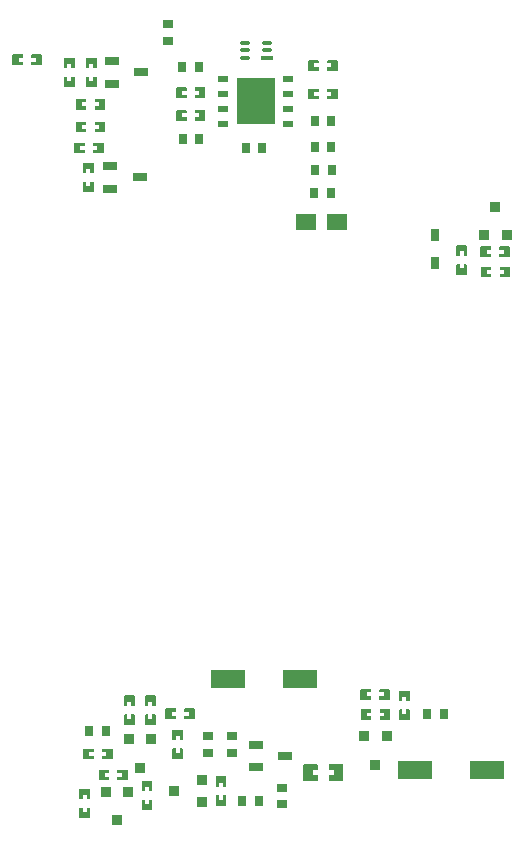
<source format=gtp>
G04*
G04 #@! TF.GenerationSoftware,Altium Limited,Altium Designer,22.0.2 (36)*
G04*
G04 Layer_Color=8421504*
%FSTAX25Y25*%
%MOIN*%
G70*
G04*
G04 #@! TF.SameCoordinates,0D831988-8BE3-4B2D-80CC-02C8544F8A67*
G04*
G04*
G04 #@! TF.FilePolarity,Positive*
G04*
G01*
G75*
%ADD19R,0.03200X0.03200*%
%ADD20R,0.12992X0.15354*%
%ADD21R,0.03543X0.02362*%
%ADD22R,0.04921X0.02756*%
%ADD23R,0.03543X0.03150*%
%ADD24O,0.03937X0.01378*%
%ADD25R,0.03937X0.01378*%
%ADD26R,0.03150X0.03543*%
%ADD27R,0.07087X0.05315*%
%ADD28R,0.02953X0.03937*%
%ADD29R,0.03200X0.03200*%
%ADD30R,0.04920X0.02760*%
%ADD31R,0.11811X0.05906*%
G36*
X0078348Y0185774D02*
Y0182624D01*
X0078152Y0182428D01*
X0075041D01*
X0074844Y0182624D01*
Y0183522D01*
X0076341D01*
Y0184821D01*
X0074844D01*
Y0185774D01*
X0075041Y0185971D01*
X0078152D01*
X0078348Y0185774D01*
D02*
G37*
G36*
X0072089D02*
Y0184821D01*
X0070632D01*
Y0183522D01*
X0072089D01*
Y0182624D01*
X0071892Y0182428D01*
X0068742D01*
X0068545Y0182624D01*
Y0185774D01*
X0068742Y0185971D01*
X0071892D01*
X0072089Y0185774D01*
D02*
G37*
G36*
X0096572Y0184652D02*
Y0181541D01*
X0096376Y0181344D01*
X0095478D01*
Y0182841D01*
X0094179D01*
Y0181344D01*
X0093226D01*
X0093029Y0181541D01*
Y0184652D01*
X0093226Y0184848D01*
X0096376D01*
X0096572Y0184652D01*
D02*
G37*
G36*
X0089272Y0184671D02*
Y0181521D01*
X0089075Y0181324D01*
X0088122D01*
Y0182781D01*
X0086823D01*
Y0181324D01*
X0085925D01*
X0085728Y0181521D01*
Y0184671D01*
X0085925Y0184868D01*
X0089075D01*
X0089272Y0184671D01*
D02*
G37*
G36*
X0176955Y0183876D02*
Y0180726D01*
X0176758Y0180529D01*
X0173608D01*
X0173411Y0180726D01*
Y0181679D01*
X0174868D01*
Y0182978D01*
X0173411D01*
Y0183876D01*
X0173608Y0184072D01*
X0176758D01*
X0176955Y0183876D01*
D02*
G37*
G36*
X0170656D02*
Y0182978D01*
X0169159D01*
Y0181679D01*
X0170656D01*
Y0180726D01*
X0170459Y0180529D01*
X0167349D01*
X0167152Y0180726D01*
Y0183876D01*
X0167349Y0184072D01*
X0170459D01*
X0170656Y0183876D01*
D02*
G37*
G36*
X0096572Y0178392D02*
Y0175242D01*
X0096376Y0175045D01*
X0093226D01*
X0093029Y0175242D01*
Y0178392D01*
X0093226Y0178589D01*
X0094179D01*
Y0177132D01*
X0095478D01*
Y0178589D01*
X0096376D01*
X0096572Y0178392D01*
D02*
G37*
G36*
X0089272Y0178372D02*
Y0175261D01*
X0089075Y0175065D01*
X0085925D01*
X0085728Y0175261D01*
Y0178372D01*
X0085925Y0178568D01*
X0086823D01*
Y0177072D01*
X0088122D01*
Y0178568D01*
X0089075D01*
X0089272Y0178372D01*
D02*
G37*
G36*
X0132848Y0174774D02*
Y0171625D01*
X0132651Y0171428D01*
X0129541D01*
X0129344Y0171625D01*
Y0172522D01*
X0130841D01*
Y0173821D01*
X0129344D01*
Y0174774D01*
X0129541Y0174971D01*
X0132651D01*
X0132848Y0174774D01*
D02*
G37*
G36*
X0126589D02*
Y0173821D01*
X0125132D01*
Y0172522D01*
X0126589D01*
Y0171625D01*
X0126392Y0171428D01*
X0123242D01*
X0123045Y0171625D01*
Y0174774D01*
X0123242Y0174971D01*
X0126392D01*
X0126589Y0174774D01*
D02*
G37*
G36*
X0176955Y0174375D02*
Y0171226D01*
X0176758Y0171029D01*
X0173608D01*
X0173411Y0171226D01*
Y0172179D01*
X0174868D01*
Y0173478D01*
X0173411D01*
Y0174375D01*
X0173608Y0174572D01*
X0176758D01*
X0176955Y0174375D01*
D02*
G37*
G36*
X0170656D02*
Y0173478D01*
X0169159D01*
Y0172179D01*
X0170656D01*
Y0171226D01*
X0170459Y0171029D01*
X0167349D01*
X0167152Y0171226D01*
Y0174375D01*
X0167349Y0174572D01*
X0170459D01*
X0170656Y0174375D01*
D02*
G37*
G36*
X0099455Y0170876D02*
Y0167726D01*
X0099258Y0167529D01*
X0096108D01*
X0095911Y0167726D01*
Y0168679D01*
X0097368D01*
Y0169978D01*
X0095911D01*
Y0170876D01*
X0096108Y0171072D01*
X0099258D01*
X0099455Y0170876D01*
D02*
G37*
G36*
X0093155D02*
Y0169978D01*
X0091659D01*
Y0168679D01*
X0093155D01*
Y0167726D01*
X0092959Y0167529D01*
X0089849D01*
X0089652Y0167726D01*
Y0170876D01*
X0089849Y0171072D01*
X0092959D01*
X0093155Y0170876D01*
D02*
G37*
G36*
X0132848Y0167274D02*
Y0164125D01*
X0132651Y0163928D01*
X0129541D01*
X0129344Y0164125D01*
Y0165022D01*
X0130841D01*
Y0166321D01*
X0129344D01*
Y0167274D01*
X0129541Y0167471D01*
X0132651D01*
X0132848Y0167274D01*
D02*
G37*
G36*
X0126589D02*
Y0166321D01*
X0125132D01*
Y0165022D01*
X0126589D01*
Y0164125D01*
X0126392Y0163928D01*
X0123242D01*
X0123045Y0164125D01*
Y0167274D01*
X0123242Y0167471D01*
X0126392D01*
X0126589Y0167274D01*
D02*
G37*
G36*
X0099455Y0163375D02*
Y0160226D01*
X0099258Y0160029D01*
X0096108D01*
X0095911Y0160226D01*
Y0161179D01*
X0097368D01*
Y0162478D01*
X0095911D01*
Y0163375D01*
X0096108Y0163572D01*
X0099258D01*
X0099455Y0163375D01*
D02*
G37*
G36*
X0093155D02*
Y0162478D01*
X0091659D01*
Y0161179D01*
X0093155D01*
Y0160226D01*
X0092959Y0160029D01*
X0089849D01*
X0089652Y0160226D01*
Y0163375D01*
X0089849Y0163572D01*
X0092959D01*
X0093155Y0163375D01*
D02*
G37*
G36*
X0098955Y0156376D02*
Y0153226D01*
X0098758Y0153029D01*
X0095608D01*
X0095411Y0153226D01*
Y0154179D01*
X0096868D01*
Y0155478D01*
X0095411D01*
Y0156376D01*
X0095608Y0156572D01*
X0098758D01*
X0098955Y0156376D01*
D02*
G37*
G36*
X0092655D02*
Y0155478D01*
X0091159D01*
Y0154179D01*
X0092655D01*
Y0153226D01*
X0092459Y0153029D01*
X0089349D01*
X0089152Y0153226D01*
Y0156376D01*
X0089349Y0156572D01*
X0092459D01*
X0092655Y0156376D01*
D02*
G37*
G36*
X0095572Y0149652D02*
Y0146541D01*
X0095376Y0146344D01*
X0094478D01*
Y014784D01*
X0093179D01*
Y0146344D01*
X0092226D01*
X0092029Y0146541D01*
Y0149652D01*
X0092226Y0149848D01*
X0095376D01*
X0095572Y0149652D01*
D02*
G37*
G36*
Y0143392D02*
Y0140242D01*
X0095376Y0140045D01*
X0092226D01*
X0092029Y0140242D01*
Y0143392D01*
X0092226Y0143589D01*
X0093179D01*
Y0142132D01*
X0094478D01*
Y0143589D01*
X0095376D01*
X0095572Y0143392D01*
D02*
G37*
G36*
X0220072Y0122152D02*
Y0119041D01*
X0219876Y0118844D01*
X0218978D01*
Y0120341D01*
X0217679D01*
Y0118844D01*
X0216726D01*
X0216529Y0119041D01*
Y0122152D01*
X0216726Y0122348D01*
X0219876D01*
X0220072Y0122152D01*
D02*
G37*
G36*
X0234348Y0121774D02*
Y0118624D01*
X0234152Y0118428D01*
X0231041D01*
X0230844Y0118624D01*
Y0119522D01*
X0232341D01*
Y0120821D01*
X0230844D01*
Y0121774D01*
X0231041Y0121971D01*
X0234152D01*
X0234348Y0121774D01*
D02*
G37*
G36*
X0228089D02*
Y0120821D01*
X0226632D01*
Y0119522D01*
X0228089D01*
Y0118624D01*
X0227892Y0118428D01*
X0224742D01*
X0224545Y0118624D01*
Y0121774D01*
X0224742Y0121971D01*
X0227892D01*
X0228089Y0121774D01*
D02*
G37*
G36*
X0220072Y0115892D02*
Y0112742D01*
X0219876Y0112545D01*
X0216726D01*
X0216529Y0112742D01*
Y0115892D01*
X0216726Y0116089D01*
X0217679D01*
Y0114632D01*
X0218978D01*
Y0116089D01*
X0219876D01*
X0220072Y0115892D01*
D02*
G37*
G36*
X0234436Y0115075D02*
Y0111925D01*
X0234239Y0111728D01*
X0231089D01*
X0230892Y0111925D01*
Y0112878D01*
X0232349D01*
Y0114177D01*
X0230892D01*
Y0115075D01*
X0231089Y0115272D01*
X0234239D01*
X0234436Y0115075D01*
D02*
G37*
G36*
X0228136D02*
Y0114177D01*
X022664D01*
Y0112878D01*
X0228136D01*
Y0111925D01*
X022794Y0111728D01*
X0224829D01*
X0224633Y0111925D01*
Y0115075D01*
X0224829Y0115272D01*
X022794D01*
X0228136Y0115075D01*
D02*
G37*
G36*
X0194348Y-0025726D02*
Y-0028875D01*
X0194151Y-0029072D01*
X0191041D01*
X0190845Y-0028875D01*
Y-0027978D01*
X0192341D01*
Y-0026679D01*
X0190845D01*
Y-0025726D01*
X0191041Y-0025529D01*
X0194151D01*
X0194348Y-0025726D01*
D02*
G37*
G36*
X0188089D02*
Y-0026679D01*
X0186632D01*
Y-0027978D01*
X0188089D01*
Y-0028875D01*
X0187892Y-0029072D01*
X0184742D01*
X0184545Y-0028875D01*
Y-0025726D01*
X0184742Y-0025529D01*
X0187892D01*
X0188089Y-0025726D01*
D02*
G37*
G36*
X0200971Y-0026242D02*
Y-0029392D01*
X0200774Y-0029589D01*
X0199821D01*
Y-0028132D01*
X0198522D01*
Y-0029589D01*
X0197625D01*
X0197428Y-0029392D01*
Y-0026242D01*
X0197625Y-0026045D01*
X0200774D01*
X0200971Y-0026242D01*
D02*
G37*
G36*
X0116272Y-0027829D02*
Y-0030979D01*
X0116075Y-0031176D01*
X0115122D01*
Y-0029719D01*
X0113823D01*
Y-0031176D01*
X0112925D01*
X0112728Y-0030979D01*
Y-0027829D01*
X0112925Y-0027632D01*
X0116075D01*
X0116272Y-0027829D01*
D02*
G37*
G36*
X0109272D02*
Y-0030979D01*
X0109075Y-0031176D01*
X0108122D01*
Y-0029719D01*
X0106823D01*
Y-0031176D01*
X0105925D01*
X0105728Y-0030979D01*
Y-0027829D01*
X0105925Y-0027632D01*
X0109075D01*
X0109272Y-0027829D01*
D02*
G37*
G36*
X0200971Y-0032541D02*
Y-0035651D01*
X0200774Y-0035848D01*
X0197625D01*
X0197428Y-0035651D01*
Y-0032541D01*
X0197625Y-0032344D01*
X0198522D01*
Y-0033841D01*
X0199821D01*
Y-0032344D01*
X0200774D01*
X0200971Y-0032541D01*
D02*
G37*
G36*
X0116272Y-0034128D02*
Y-0037239D01*
X0116075Y-0037435D01*
X0112925D01*
X0112728Y-0037239D01*
Y-0034128D01*
X0112925Y-0033932D01*
X0113823D01*
Y-0035428D01*
X0115122D01*
Y-0033932D01*
X0116075D01*
X0116272Y-0034128D01*
D02*
G37*
G36*
X0109272D02*
Y-0037239D01*
X0109075Y-0037435D01*
X0105925D01*
X0105728Y-0037239D01*
Y-0034128D01*
X0105925Y-0033932D01*
X0106823D01*
Y-0035428D01*
X0108122D01*
Y-0033932D01*
X0109075D01*
X0109272Y-0034128D01*
D02*
G37*
G36*
X0129348Y-0032226D02*
Y-0035375D01*
X0129151Y-0035572D01*
X0126041D01*
X0125845Y-0035375D01*
Y-0034478D01*
X012734D01*
Y-0033179D01*
X0125845D01*
Y-0032226D01*
X0126041Y-0032029D01*
X0129151D01*
X0129348Y-0032226D01*
D02*
G37*
G36*
X0123089D02*
Y-0033179D01*
X0121632D01*
Y-0034478D01*
X0123089D01*
Y-0035375D01*
X0122892Y-0035572D01*
X0119742D01*
X0119545Y-0035375D01*
Y-0032226D01*
X0119742Y-0032029D01*
X0122892D01*
X0123089Y-0032226D01*
D02*
G37*
G36*
X0194436Y-0032425D02*
Y-0035575D01*
X0194239Y-0035772D01*
X0191128D01*
X0190932Y-0035575D01*
Y-0034677D01*
X0192428D01*
Y-0033378D01*
X0190932D01*
Y-0032425D01*
X0191128Y-0032228D01*
X0194239D01*
X0194436Y-0032425D01*
D02*
G37*
G36*
X0188176D02*
Y-0033378D01*
X0186719D01*
Y-0034677D01*
X0188176D01*
Y-0035575D01*
X0187979Y-0035772D01*
X0184829D01*
X0184632Y-0035575D01*
Y-0032425D01*
X0184829Y-0032228D01*
X0187979D01*
X0188176Y-0032425D01*
D02*
G37*
G36*
X0125371Y-0039242D02*
Y-0042392D01*
X0125174Y-0042589D01*
X0124221D01*
Y-0041132D01*
X0122922D01*
Y-0042589D01*
X0122025D01*
X0121828Y-0042392D01*
Y-0039242D01*
X0122025Y-0039045D01*
X0125174D01*
X0125371Y-0039242D01*
D02*
G37*
G36*
Y-0045541D02*
Y-0048651D01*
X0125174Y-0048848D01*
X0122025D01*
X0121828Y-0048651D01*
Y-0045541D01*
X0122025Y-0045344D01*
X0122922D01*
Y-0046841D01*
X0124221D01*
Y-0045344D01*
X0125174D01*
X0125371Y-0045541D01*
D02*
G37*
G36*
X0101955Y-0045625D02*
Y-0048774D01*
X0101758Y-0048971D01*
X0098608D01*
X0098411Y-0048774D01*
Y-0047821D01*
X0099868D01*
Y-0046522D01*
X0098411D01*
Y-0045625D01*
X0098608Y-0045428D01*
X0101758D01*
X0101955Y-0045625D01*
D02*
G37*
G36*
X0095656D02*
Y-0046522D01*
X009416D01*
Y-0047821D01*
X0095656D01*
Y-0048774D01*
X0095459Y-0048971D01*
X0092348D01*
X0092152Y-0048774D01*
Y-0045625D01*
X0092348Y-0045428D01*
X0095459D01*
X0095656Y-0045625D01*
D02*
G37*
G36*
X0107048Y-0052626D02*
Y-0055775D01*
X0106851Y-0055972D01*
X0103741D01*
X0103544Y-0055775D01*
Y-0054878D01*
X0105041D01*
Y-0053579D01*
X0103544D01*
Y-0052626D01*
X0103741Y-0052429D01*
X0106851D01*
X0107048Y-0052626D01*
D02*
G37*
G36*
X0100789D02*
Y-0053579D01*
X0099332D01*
Y-0054878D01*
X0100789D01*
Y-0055775D01*
X0100592Y-0055972D01*
X0097442D01*
X0097245Y-0055775D01*
Y-0052626D01*
X0097442Y-0052429D01*
X0100592D01*
X0100789Y-0052626D01*
D02*
G37*
G36*
X0178859Y-0050891D02*
Y-005593D01*
X0178663Y-0056127D01*
X0174135D01*
X0173938Y-005593D01*
X0173918Y-0054316D01*
X017569D01*
Y-0052544D01*
X0173958D01*
X0173938Y-0050891D01*
X0174135Y-0050694D01*
X0178663D01*
X0178859Y-0050891D01*
D02*
G37*
G36*
X0170395D02*
X0170395Y-0052544D01*
X0168643D01*
Y-0054316D01*
X0170375D01*
X0170395Y-005593D01*
X0170198Y-0056127D01*
X016567D01*
X0165473Y-005593D01*
Y-0050891D01*
X016567Y-0050694D01*
X0170198D01*
X0170395Y-0050891D01*
D02*
G37*
G36*
X0139772Y-0054829D02*
Y-0057979D01*
X0139575Y-0058176D01*
X0138622D01*
Y-0056719D01*
X0137323D01*
Y-0058176D01*
X0136425D01*
X0136228Y-0057979D01*
Y-0054829D01*
X0136425Y-0054632D01*
X0139575D01*
X0139772Y-0054829D01*
D02*
G37*
G36*
X0115172Y-0056329D02*
Y-005944D01*
X0114975Y-0059636D01*
X0114077D01*
Y-005814D01*
X0112778D01*
Y-0059636D01*
X0111825D01*
X0111628Y-005944D01*
Y-0056329D01*
X0111825Y-0056133D01*
X0114975D01*
X0115172Y-0056329D01*
D02*
G37*
G36*
X0094371Y-0058942D02*
Y-0062092D01*
X0094174Y-0062289D01*
X0093221D01*
Y-0060832D01*
X0091922D01*
Y-0062289D01*
X0091025D01*
X0090828Y-0062092D01*
Y-0058942D01*
X0091025Y-0058745D01*
X0094174D01*
X0094371Y-0058942D01*
D02*
G37*
G36*
X0139772Y-0061128D02*
Y-0064239D01*
X0139575Y-0064435D01*
X0136425D01*
X0136228Y-0064239D01*
Y-0061128D01*
X0136425Y-0060932D01*
X0137323D01*
Y-0062428D01*
X0138622D01*
Y-0060932D01*
X0139575D01*
X0139772Y-0061128D01*
D02*
G37*
G36*
X0115172Y-0062589D02*
Y-0065739D01*
X0114975Y-0065936D01*
X0111825D01*
X0111628Y-0065739D01*
Y-0062589D01*
X0111825Y-0062392D01*
X0112778D01*
Y-0063849D01*
X0114077D01*
Y-0062392D01*
X0114975D01*
X0115172Y-0062589D01*
D02*
G37*
G36*
X0094371Y-0065241D02*
Y-0068352D01*
X0094174Y-0068548D01*
X0091025D01*
X0090828Y-0068352D01*
Y-0065241D01*
X0091025Y-0065044D01*
X0091922D01*
Y-006654D01*
X0093221D01*
Y-0065044D01*
X0094174D01*
X0094371Y-0065241D01*
D02*
G37*
D19*
X01034Y-0069224D02*
D03*
X009966Y-0059776D02*
D03*
X010714D02*
D03*
X022576Y0125776D02*
D03*
X023324D02*
D03*
X02295Y0135224D02*
D03*
X011474Y-0042276D02*
D03*
X010726D02*
D03*
X0111Y-0051724D02*
D03*
X019324Y-0041276D02*
D03*
X018576D02*
D03*
X01895Y-0050724D02*
D03*
D20*
X0149553Y0170364D02*
D03*
D21*
X0160369Y0162864D02*
D03*
Y0167865D02*
D03*
Y0172864D02*
D03*
Y0177865D02*
D03*
X0138737D02*
D03*
Y0172864D02*
D03*
Y0167865D02*
D03*
Y0162864D02*
D03*
D22*
X0101579Y018374D02*
D03*
Y017626D02*
D03*
X0111421Y018D02*
D03*
X0101079Y014874D02*
D03*
Y014126D02*
D03*
X0110921Y0145D02*
D03*
D23*
X01205Y0196012D02*
D03*
Y01905D02*
D03*
X0141719Y-0041277D02*
D03*
Y-0046789D02*
D03*
X0133719Y-0041277D02*
D03*
Y-0046789D02*
D03*
X01585Y-00585D02*
D03*
Y-0064012D02*
D03*
D24*
X0145924Y0189914D02*
D03*
Y0187355D02*
D03*
Y0184796D02*
D03*
X0153404Y0189914D02*
D03*
Y0187355D02*
D03*
D25*
Y0184796D02*
D03*
D26*
X0125211Y0181781D02*
D03*
X0130723D02*
D03*
X0130789Y0157719D02*
D03*
X0125277D02*
D03*
X0151789Y0154719D02*
D03*
X0146277D02*
D03*
X0174789Y0163719D02*
D03*
X0169277D02*
D03*
X0169338Y0155281D02*
D03*
X017485D02*
D03*
X0169488Y01475D02*
D03*
X0175D02*
D03*
X0169211Y0139781D02*
D03*
X0174723D02*
D03*
X0094188Y-00396D02*
D03*
X00997D02*
D03*
X0150723Y-0062719D02*
D03*
X0145211D02*
D03*
X0206789Y-0033797D02*
D03*
X0212301D02*
D03*
D27*
X0166342Y013D02*
D03*
X0176657D02*
D03*
D28*
X0209259Y0125831D02*
D03*
Y0116599D02*
D03*
D29*
X0131724Y-006324D02*
D03*
Y-005576D02*
D03*
X0122276Y-00595D02*
D03*
D30*
X0159497Y-0047825D02*
D03*
X0149657Y-0051565D02*
D03*
Y-0044085D02*
D03*
D31*
X02267Y-00527D02*
D03*
X02026D02*
D03*
X01644Y-00223D02*
D03*
X01403D02*
D03*
M02*

</source>
